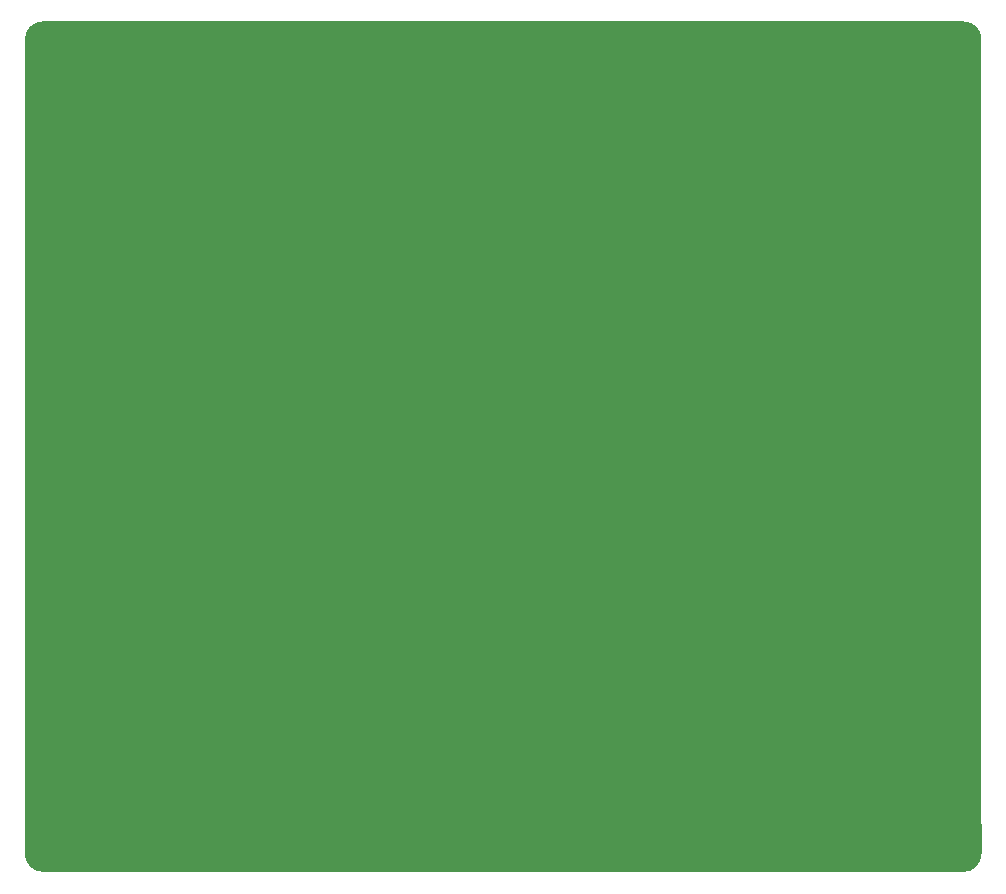
<source format=gbr>
G04 DipTrace 2.05 beta*
%INBoard.gbr*%
%MOIN*%
%ADD10C,0.0098*%
%ADD11C,0.0055*%
%ADD12C,0.003*%
%ADD13C,0.0197*%
%ADD14C,0.0394*%
%ADD15C,0.02*%
%ADD16C,0.03*%
%ADD17C,0.0138*%
%ADD18C,0.0157*%
%ADD19C,0.0118*%
%ADD20C,0.0787*%
%ADD21C,0.0165*%
%ADD22C,0.015*%
%ADD23C,0.0079*%
%ADD24C,0.025*%
%ADD25R,0.056X0.06*%
%ADD26R,0.06X0.056*%
%ADD27R,0.064X0.064*%
%ADD28R,0.07X0.102*%
%ADD29R,0.0709X0.1043*%
%ADD30R,0.0276X0.0276*%
%ADD31R,0.0591X0.0512*%
%ADD32R,0.048X0.063*%
%ADD33R,0.0512X0.0591*%
%ADD34R,0.0866X0.0945*%
%ADD35R,0.0945X0.0866*%
%ADD36R,0.063X0.048*%
%ADD37O,0.0984X0.0709*%
%ADD38R,0.0984X0.0709*%
%ADD39R,0.0787X0.0787*%
%ADD40C,0.0787*%
%ADD41R,0.1063X0.0669*%
%ADD42O,0.1063X0.0669*%
%ADD43R,0.0984X0.0787*%
%ADD44R,0.122X0.0217*%
%ADD45C,0.01*%
%ADD46O,0.065X0.1*%
%ADD47R,0.0591X0.0591*%
%ADD48C,0.0591*%
%ADD49R,0.0669X0.1063*%
%ADD50O,0.0669X0.1063*%
%ADD51R,0.06X0.06*%
%ADD52C,0.06*%
%ADD53R,0.0472X0.0394*%
%ADD54R,0.0394X0.0472*%
%ADD55R,0.1772X0.1102*%
%ADD56R,0.1004X0.2953*%
%ADD57R,0.0551X0.0512*%
%ADD58R,0.1063X0.0472*%
%ADD59C,0.0827*%
%ADD60C,0.0906*%
%ADD61C,0.0373*%
%ADD62R,0.0709X0.0197*%
%ADD63R,0.0197X0.0709*%
%ADD64R,0.05X0.015*%
%ADD65R,0.065X0.0157*%
%ADD66O,0.0134X0.0143*%
%ADD67R,0.0165X0.0701*%
%ADD68R,0.08X0.026*%
%ADD69O,0.0143X0.0134*%
%ADD70R,0.0701X0.0165*%
%ADD71C,0.248*%
%ADD72C,0.1732*%
%ADD73C,0.1378*%
%ADD74C,0.1575*%
%ADD75C,0.0512*%
%ADD76C,0.04*%
%ADD77C,0.0191*%
%ADD78C,0.0354*%
%ADD79C,0.128*%
%ADD80C,0.0295*%
%ADD81C,0.0335*%
%ADD82C,0.035*%
%ADD83C,0.038*%
%ADD84C,0.126*%
%ADD85C,0.0236*%
%ADD86C,0.0479*%
%ADD87C,0.0321*%
%ADD88C,0.0433*%
%ADD89C,0.1654*%
%ADD90C,0.1496*%
%ADD91C,0.1457*%
%ADD92C,0.1299*%
%ADD93C,0.1811*%
%ADD94C,0.2559*%
%ADD95C,0.2402*%
%ADD96R,0.078X0.0244*%
%ADD97R,0.0622X0.0087*%
%ADD98R,0.0879X0.0339*%
%ADD99R,0.0721X0.0181*%
%ADD100R,0.0244X0.078*%
%ADD101R,0.0087X0.0622*%
%ADD102R,0.0728X0.0236*%
%ADD103R,0.0571X0.0079*%
%ADD104R,0.0579X0.0228*%
%ADD105R,0.0421X0.0071*%
%ADD106R,0.0276X0.0787*%
%ADD107R,0.0118X0.063*%
%ADD108R,0.0787X0.0276*%
%ADD109R,0.063X0.0118*%
%ADD110C,0.0984*%
%ADD111C,0.0748*%
%ADD112R,0.1142X0.0551*%
%ADD113R,0.0984X0.0394*%
%ADD114R,0.063X0.0591*%
%ADD115R,0.0472X0.0433*%
%ADD116R,0.1083X0.3031*%
%ADD117R,0.0925X0.2874*%
%ADD118R,0.185X0.1181*%
%ADD119R,0.1693X0.1024*%
%ADD120R,0.0472X0.0551*%
%ADD121R,0.0315X0.0394*%
%ADD122R,0.0551X0.0472*%
%ADD123R,0.0394X0.0315*%
%ADD124C,0.0679*%
%ADD125C,0.0521*%
%ADD126R,0.0679X0.0679*%
%ADD127R,0.0521X0.0521*%
%ADD128O,0.0748X0.1142*%
%ADD129O,0.0591X0.0984*%
%ADD130R,0.0748X0.1142*%
%ADD131R,0.0591X0.0984*%
%ADD132C,0.0669*%
%ADD133R,0.0669X0.0669*%
%ADD134R,0.0512X0.0512*%
%ADD135O,0.0729X0.1079*%
%ADD136O,0.0571X0.0921*%
%ADD137R,0.1299X0.0295*%
%ADD138R,0.1142X0.0138*%
%ADD139R,0.1063X0.0866*%
%ADD140R,0.0906X0.0709*%
%ADD141O,0.1142X0.0748*%
%ADD142O,0.0984X0.0591*%
%ADD143R,0.1142X0.0748*%
%ADD144R,0.0984X0.0591*%
%ADD145C,0.0866*%
%ADD146C,0.0709*%
%ADD147R,0.0866X0.0866*%
%ADD148R,0.0709X0.0709*%
%ADD149R,0.1063X0.0787*%
%ADD150R,0.0906X0.063*%
%ADD151O,0.1063X0.0787*%
%ADD152O,0.0906X0.063*%
%ADD153R,0.0709X0.0559*%
%ADD154R,0.0551X0.0401*%
%ADD155R,0.1024X0.0945*%
%ADD156R,0.0866X0.0787*%
%ADD157R,0.0945X0.1024*%
%ADD158R,0.0787X0.0866*%
%ADD159R,0.0591X0.0669*%
%ADD160R,0.0433X0.0512*%
%ADD161R,0.0559X0.0709*%
%ADD162R,0.0401X0.0551*%
%ADD163R,0.0669X0.0591*%
%ADD164R,0.0512X0.0433*%
%ADD165R,0.0354X0.0354*%
%ADD166R,0.0197X0.0197*%
%ADD167R,0.0787X0.1122*%
%ADD168R,0.063X0.0965*%
%ADD169R,0.0779X0.1099*%
%ADD170R,0.0621X0.0941*%
%ADD171R,0.0719X0.0719*%
%ADD172R,0.0561X0.0561*%
%ADD173R,0.0679X0.0639*%
%ADD174R,0.0521X0.0481*%
%ADD175R,0.0639X0.0679*%
%ADD176R,0.0481X0.0521*%
%ADD177C,0.0866*%
%ADD178C,0.0709*%
%ADD179C,0.0062*%
%ADD180C,0.0093*%
%ADD181C,0.0077*%
%ADD182C,0.0046*%
%ADD183C,0.0232*%
%ADD184C,0.0185*%
%ADD185C,0.017*%
%ADD186C,0.0124*%
%FSLAX44Y44*%
%SFA1B1*%
%OFA0B0*%
G04*
G70*
G90*
G75*
G01*
%LNBoardPoly*%
%LPD*%
G36*
X625Y-28378D2*
G54D11*
X31334D1*
G03X31924Y-27787I0J591D01*
G01*
Y-622D1*
G03X31334Y-32I-591J0D01*
G01*
X625D1*
G03X35Y-622I0J-591D01*
G01*
Y-27787D1*
G03X625Y-28378I591J0D01*
G01*
G37*
M02*

</source>
